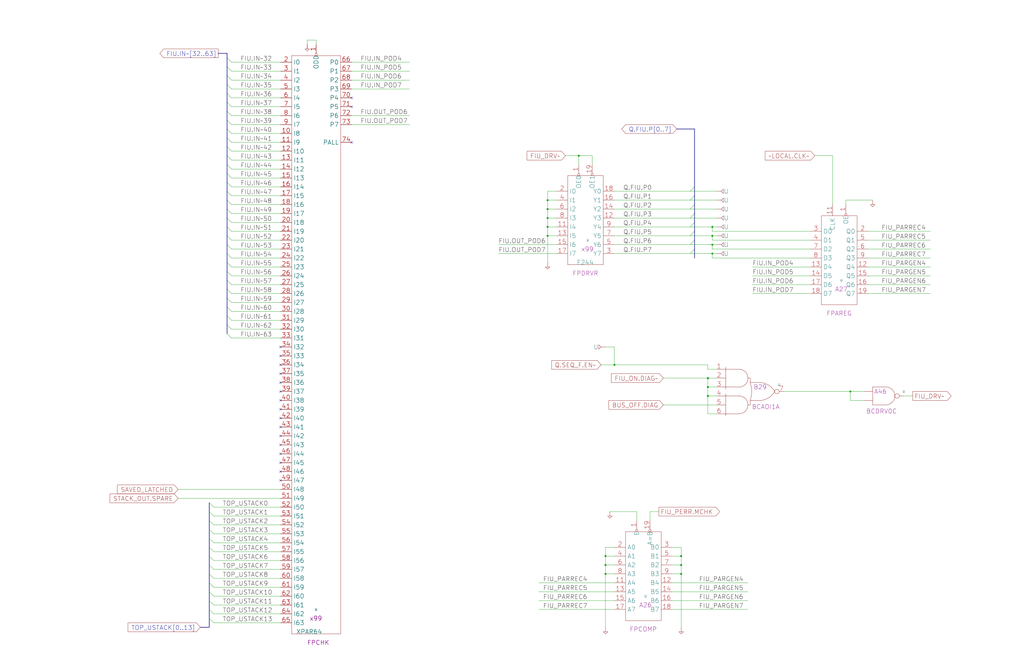
<source format=kicad_sch>
(kicad_sch (version 20220404) (generator eeschema)
  (paper "User" 584.2 378.46)
  (title_block (title "FIU BUS TRANCEIVER\\nPARITY + BUS DRIVE LOGIC") (date "22-MAY-90") (rev "1.0") (comment 1 "SEQUENCER") (comment 2 "232-003064") (comment 3 "S400") (comment 4 "RELEASED"))
  (lib_symbols
    (symbol "r1000:F244" (pin_names (offset 1.016))
      (property "Reference" "U" (at 2.54 5.08 0))
      (property "Value" "F244" (at -3.81 -7.62 0))
      (property "Location" "___" (at -1.27 0 0))
      (property "Name" "______" (at 1.27 -15.24 0))
      (symbol "F244_1_1"
        (rectangle (start -8.89 41.91) (end 11.43 -8.89))
        (circle (center -2.54 42.545) (radius 0.635))
        (circle (center 5.08 42.545) (radius 0.635))
        (pin input line (at -2.54 48.26 270) (length 5.08) (name "OE0") (number "1"))
        (pin input line (at -15.24 12.7 0) (length 6.35) (name "I4") (number "11"))
        (pin tri_state line (at 17.78 17.78 180) (length 6.35) (name "Y3") (number "12"))
        (pin input line (at -15.24 7.62 0) (length 6.35) (name "I5") (number "13"))
        (pin tri_state line (at 17.78 22.86 180) (length 6.35) (name "Y2") (number "14"))
        (pin input line (at -15.24 2.54 0) (length 6.35) (name "I6") (number "15"))
        (pin tri_state line (at 17.78 27.94 180) (length 6.35) (name "Y1") (number "16"))
        (pin input line (at -15.24 -2.54 0) (length 6.35) (name "I7") (number "17"))
        (pin tri_state line (at 17.78 33.02 180) (length 6.35) (name "Y0") (number "18"))
        (pin input line (at 5.08 48.26 270) (length 5.08) (name "OE1") (number "19"))
        (pin input line (at -15.24 33.02 0) (length 6.35) (name "I0") (number "2"))
        (pin tri_state line (at 17.78 -2.54 180) (length 6.35) (name "Y7") (number "3"))
        (pin input line (at -15.24 27.94 0) (length 6.35) (name "I1") (number "4"))
        (pin tri_state line (at 17.78 2.54 180) (length 6.35) (name "Y6") (number "5"))
        (pin input line (at -15.24 22.86 0) (length 6.35) (name "I2") (number "6"))
        (pin tri_state line (at 17.78 7.62 180) (length 6.35) (name "Y5") (number "7"))
        (pin input line (at -15.24 17.78 0) (length 6.35) (name "I3") (number "8"))
        (pin tri_state line (at 17.78 12.7 180) (length 6.35) (name "Y4") (number "9"))
      )
    )
    (symbol "r1000:F37" (pin_numbers hide) (pin_names (offset 0) hide)
      (property "Reference" "U" (at 15.24 0 0))
      (property "Value" "F37" (at 1.905 -5.08 0))
      (property "Location" "___" (at 1.905 0 0))
      (property "Name" "______" (at 2.54 -12.7 0))
      (symbol "F37_0_1"
        (polyline (pts (xy -2.54 -7.62) (xy 5.08 -7.62)) (stroke (width 0.1524)))
        (polyline (pts (xy -2.54 2.54) (xy -2.54 -7.62)) (stroke (width 0.1524)))
        (polyline (pts (xy -2.54 2.54) (xy 5.08 2.54)) (stroke (width 0.1524)))
        (arc (start 5.08 -7.62) (mid 10.1282 -2.54) (end 5.08 2.54) (stroke (width 0.1524)))
        (circle (center 11.43 -2.54) (radius 1.27) (stroke (width 0.1524)))
      )
      (symbol "F37_0_2"
        (circle (center -3.81 -5.08) (radius 1.27) (stroke (width 0.1524)))
        (circle (center -3.81 0) (radius 1.27) (stroke (width 0.1524)))
        (arc (start -3.175 -7.62) (mid -2.134 -2.54) (end -3.175 2.54) (stroke (width 0.1524)))
        (polyline (pts (xy -3.175 -7.62) (xy 3.81 -7.62)) (stroke (width 0.1524)))
        (polyline (pts (xy -3.175 2.54) (xy 3.81 2.54)) (stroke (width 0.1524)))
        (arc (start 3.81 -7.62) (mid 7.5855 -5.8306) (end 10.16 -2.54) (stroke (width 0.1524)))
        (arc (start 10.16 -2.54) (mid 7.5827 0.7471) (end 3.81 2.54) (stroke (width 0.1524)))
      )
      (symbol "F37_1_1"
        (pin input line (at -7.62 0 0) (length 5.08) (name "D0") (number "1"))
        (pin input line (at -7.62 -5.08 0) (length 5.08) (name "D1") (number "2"))
        (pin output line (at 15.24 -2.54 180) (length 2.54) (name "Q") (number "3"))
      )
      (symbol "F37_1_2"
        (pin input line (at -7.62 0 0) (length 2.54) (name "D0") (number "1"))
        (pin input line (at -7.62 -5.08 0) (length 2.54) (name "D1") (number "2"))
        (pin output line (at 15.24 -2.54 180) (length 5.08) (name "Q") (number "3"))
      )
    )
    (symbol "r1000:F374" (pin_names (offset 1.016))
      (property "Reference" "U" (at 2.54 5.08 0))
      (property "Value" "F374" (at -3.81 -7.62 0))
      (property "Location" "___" (at -1.27 0 0))
      (property "Name" "______" (at 1.27 -15.24 0))
      (symbol "F374_1_1"
        (rectangle (start -8.89 41.91) (end 11.43 -8.89))
        (circle (center 5.08 42.545) (radius 0.635))
        (pin input line (at 5.08 48.26 270) (length 5.08) (name "OE") (number "1"))
        (pin input line (at -2.54 48.26 270) (length 6.35) (name "CLK") (number "11"))
        (pin tri_state line (at 17.78 12.7 180) (length 6.35) (name "Q4") (number "12"))
        (pin input line (at -15.24 12.7 0) (length 6.35) (name "D4") (number "13"))
        (pin input line (at -15.24 7.62 0) (length 6.35) (name "D5") (number "14"))
        (pin tri_state line (at 17.78 7.62 180) (length 6.35) (name "Q5") (number "15"))
        (pin tri_state line (at 17.78 2.54 180) (length 6.35) (name "Q6") (number "16"))
        (pin input line (at -15.24 2.54 0) (length 6.35) (name "D6") (number "17"))
        (pin input line (at -15.24 -2.54 0) (length 6.35) (name "D7") (number "18"))
        (pin tri_state line (at 17.78 -2.54 180) (length 6.35) (name "Q7") (number "19"))
        (pin tri_state line (at 17.78 33.02 180) (length 6.35) (name "Q0") (number "2"))
        (pin input line (at -15.24 33.02 0) (length 6.35) (name "D0") (number "3"))
        (pin input line (at -15.24 27.94 0) (length 6.35) (name "D1") (number "4"))
        (pin tri_state line (at 17.78 27.94 180) (length 6.35) (name "Q1") (number "5"))
        (pin tri_state line (at 17.78 22.86 180) (length 6.35) (name "Q2") (number "6"))
        (pin input line (at -15.24 22.86 0) (length 6.35) (name "D2") (number "7"))
        (pin input line (at -15.24 17.78 0) (length 6.35) (name "D3") (number "8"))
        (pin tri_state line (at 17.78 17.78 180) (length 6.35) (name "Q3") (number "9"))
      )
    )
    (symbol "r1000:F51" (pin_names hide)
      (property "Reference" "U" (at 12.7 1.27 0))
      (property "Value" "F51" (at 1.905 -5.08 0))
      (property "Location" "___" (at 1.905 0 0))
      (property "Name" "______" (at 5.08 -12.7 0))
      (symbol "F51_0_0"
        (arc (start -10.16 -15.24) (mid -6.5679 -13.7521) (end -5.08 -10.16) (stroke (width 0.1524)))
        (arc (start -10.16 0) (mid -6.5679 1.4879) (end -5.08 5.08) (stroke (width 0.1524)))
        (arc (start -5.08 -10.16) (mid -6.5679 -6.5679) (end -10.16 -5.08) (stroke (width 0.1524)))
        (arc (start -5.08 5.08) (mid -6.5679 8.6721) (end -10.16 10.16) (stroke (width 0.1524)))
        (arc (start -3.8173 -7.62) (mid -2.9926 -2.54) (end -3.8173 2.54) (stroke (width 0.1524)))
        (polyline (pts (xy -20.32 -15.24) (xy -17.78 -15.24)) (stroke (width 0.1524)))
        (polyline (pts (xy -20.32 -10.16) (xy -17.78 -10.16)) (stroke (width 0.1524)))
        (polyline (pts (xy -20.32 -5.08) (xy -17.78 -5.08)) (stroke (width 0.1524)))
        (polyline (pts (xy -20.32 0) (xy -17.78 0)) (stroke (width 0.1524)))
        (polyline (pts (xy -20.32 5.08) (xy -17.78 5.08)) (stroke (width 0.1524)))
        (polyline (pts (xy -20.32 10.16) (xy -17.78 10.16)) (stroke (width 0.1524)))
        (polyline (pts (xy -17.78 -3.81) (xy -17.78 -16.51)) (stroke (width 0.1524)))
        (polyline (pts (xy -17.78 11.43) (xy -17.78 -1.27)) (stroke (width 0.1524)))
        (polyline (pts (xy -10.16 -15.24) (xy -17.78 -15.24)) (stroke (width 0.1524)))
        (polyline (pts (xy -10.16 -5.08) (xy -17.78 -5.08)) (stroke (width 0.1524)))
        (polyline (pts (xy -10.16 0) (xy -17.78 0)) (stroke (width 0.1524)))
        (polyline (pts (xy -10.16 10.16) (xy -17.78 10.16)) (stroke (width 0.1524)))
        (polyline (pts (xy -3.81 -7.62) (xy 2.54 -7.62)) (stroke (width 0.1524)))
        (polyline (pts (xy -3.81 2.54) (xy 2.54 2.54)) (stroke (width 0.1524)))
        (polyline (pts (xy -5.08 -10.16) (xy -3.81 -10.16) (xy -3.81 -7.62)) (stroke (width 0.1524)))
        (polyline (pts (xy -5.08 5.08) (xy -3.81 5.08) (xy -3.81 2.54)) (stroke (width 0.1524)))
        (arc (start 2.54 -7.62) (mid 6.9504 -5.9805) (end 10.16 -2.54) (stroke (width 0.1524)))
        (arc (start 10.16 -2.54) (mid 6.9516 0.9024) (end 2.54 2.54) (stroke (width 0.1524)))
        (circle (center 11.43 -2.54) (radius 1.27) (stroke (width 0.1524)))
      )
      (symbol "F51_1_1"
        (pin input line (at -22.86 10.16 0) (length 2.54) (name "A1") (number "1"))
        (pin input line (at -22.86 5.08 0) (length 2.54) (name "A2") (number "2"))
        (pin input line (at -22.86 0 0) (length 2.54) (name "A3") (number "3"))
        (pin input line (at -22.86 -5.08 0) (length 2.54) (name "B1") (number "4"))
        (pin input line (at -22.86 -10.16 0) (length 2.54) (name "B2") (number "5"))
        (pin input line (at -22.86 -15.24 0) (length 2.54) (name "B3") (number "6"))
        (pin output line (at 15.24 -2.54 180) (length 2.54) (name "Q") (number "7"))
      )
    )
    (symbol "r1000:F521" (pin_names (offset 1.016))
      (property "Reference" "U" (at 2.54 5.08 0))
      (property "Value" "F521" (at -3.81 -7.62 0))
      (property "Location" "___" (at -1.27 0 0))
      (property "Name" "______" (at 1.27 -15.24 0))
      (symbol "F521_1_1"
        (rectangle (start -8.89 41.91) (end 11.43 -8.89))
        (circle (center -2.54 42.545) (radius 0.635))
        (circle (center 5.08 42.545) (radius 0.635))
        (pin input line (at -2.54 48.26 270) (length 5.08) (name "E") (number "1"))
        (pin input line (at -15.24 12.7 0) (length 6.35) (name "A4") (number "11"))
        (pin input line (at 17.78 12.7 180) (length 6.35) (name "B4") (number "12"))
        (pin input line (at -15.24 7.62 0) (length 6.35) (name "A5") (number "13"))
        (pin input line (at 17.78 7.62 180) (length 6.35) (name "B5") (number "14"))
        (pin input line (at -15.24 2.54 0) (length 6.35) (name "A6") (number "15"))
        (pin input line (at 17.78 2.54 180) (length 6.35) (name "B6") (number "16"))
        (pin input line (at -15.24 -2.54 0) (length 6.35) (name "A7") (number "17"))
        (pin input line (at 17.78 -2.54 180) (length 6.35) (name "B7") (number "18"))
        (pin output line (at 5.08 48.26 270) (length 5.08) (name "A=B") (number "19"))
        (pin input line (at -15.24 33.02 0) (length 6.35) (name "A0") (number "2"))
        (pin input line (at 17.78 33.02 180) (length 6.35) (name "B0") (number "3"))
        (pin input line (at -15.24 27.94 0) (length 6.35) (name "A1") (number "4"))
        (pin input line (at 17.78 27.94 180) (length 6.35) (name "B1") (number "5"))
        (pin input line (at -15.24 22.86 0) (length 6.35) (name "A2") (number "6"))
        (pin input line (at 17.78 22.86 180) (length 6.35) (name "B2") (number "7"))
        (pin input line (at -15.24 17.78 0) (length 6.35) (name "A3") (number "8"))
        (pin input line (at 17.78 17.78 180) (length 6.35) (name "B3") (number "9"))
      )
    )
    (symbol "r1000:GF" (pin_numbers hide) (pin_names (offset 0) hide)
      (property "Reference" "GF" (at 3.81 0 0))
      (symbol "GF_0_1"
        (polyline (pts (xy 2.54 0) (xy 3.81 1.27) (xy 3.81 -1.27) (xy 2.54 0)) (stroke (width 0.1524)))
      )
      (symbol "GF_1_1"
        (pin bidirectional line (at 0 0 0) (length 2.54) (name "") (number "1"))
      )
    )
    (symbol "r1000:PD" (power) (pin_numbers hide) (pin_names hide) (in_bom no)
      (symbol "PD_0_1"
        (polyline (pts (xy 0 -2.54) (xy 1.27 -2.54) (xy 0 -3.81) (xy -1.27 -2.54) (xy 0 -2.54)) (stroke (width 0.1524)))
      )
      (symbol "PD_1_1"
        (pin power_in line (at 0 0 270) (length 2.54) (name "PD") (number "1"))
      )
    )
    (symbol "r1000:XPAR64" (pin_names (offset 1.016))
      (property "Reference" "U" (at 2.54 5.08 0))
      (property "Value" "XPAR64" (at -8.89 -7.62 0))
      (property "Location" "___" (at -1.27 0 0))
      (property "Name" "______" (at 3.81 -15.24 0))
      (symbol "XPAR64_1_1"
        (rectangle (start -11.43 321.31) (end 16.51 -8.89))
        (circle (center 2.54 321.945) (radius 0.635))
        (pin input line (at 2.54 327.66 270) (length 5.08) (name "ODD") (number "1"))
        (pin input line (at -17.78 276.86 0) (length 6.35) (name "I8") (number "10"))
        (pin input line (at -17.78 271.78 0) (length 6.35) (name "I9") (number "11"))
        (pin input line (at -17.78 266.7 0) (length 6.35) (name "I10") (number "12"))
        (pin input line (at -17.78 261.62 0) (length 6.35) (name "I11") (number "13"))
        (pin input line (at -17.78 256.54 0) (length 6.35) (name "I12") (number "14"))
        (pin input line (at -17.78 251.46 0) (length 6.35) (name "I13") (number "15"))
        (pin input line (at -17.78 246.38 0) (length 6.35) (name "I14") (number "16"))
        (pin input line (at -17.78 241.3 0) (length 6.35) (name "I15") (number "17"))
        (pin input line (at -17.78 236.22 0) (length 6.35) (name "I16") (number "18"))
        (pin input line (at -17.78 231.14 0) (length 6.35) (name "I17") (number "19"))
        (pin input line (at -17.78 317.5 0) (length 6.35) (name "I0") (number "2"))
        (pin input line (at -17.78 226.06 0) (length 6.35) (name "I18") (number "20"))
        (pin input line (at -17.78 220.98 0) (length 6.35) (name "I19") (number "21"))
        (pin input line (at -17.78 215.9 0) (length 6.35) (name "I20") (number "22"))
        (pin input line (at -17.78 210.82 0) (length 6.35) (name "I21") (number "23"))
        (pin input line (at -17.78 205.74 0) (length 6.35) (name "I22") (number "24"))
        (pin input line (at -17.78 200.66 0) (length 6.35) (name "I23") (number "25"))
        (pin input line (at -17.78 195.58 0) (length 6.35) (name "I24") (number "26"))
        (pin input line (at -17.78 190.5 0) (length 6.35) (name "I25") (number "27"))
        (pin input line (at -17.78 185.42 0) (length 6.35) (name "I26") (number "28"))
        (pin input line (at -17.78 180.34 0) (length 6.35) (name "I27") (number "29"))
        (pin input line (at -17.78 312.42 0) (length 6.35) (name "I1") (number "3"))
        (pin input line (at -17.78 175.26 0) (length 6.35) (name "I28") (number "30"))
        (pin input line (at -17.78 170.18 0) (length 6.35) (name "I29") (number "31"))
        (pin input line (at -17.78 165.1 0) (length 6.35) (name "I30") (number "32"))
        (pin input line (at -17.78 160.02 0) (length 6.35) (name "I31") (number "33"))
        (pin input line (at -17.78 154.94 0) (length 6.35) (name "I32") (number "34"))
        (pin input line (at -17.78 149.86 0) (length 6.35) (name "I33") (number "35"))
        (pin input line (at -17.78 144.78 0) (length 6.35) (name "I34") (number "36"))
        (pin input line (at -17.78 139.7 0) (length 6.35) (name "I35") (number "37"))
        (pin input line (at -17.78 134.62 0) (length 6.35) (name "I36") (number "38"))
        (pin input line (at -17.78 129.54 0) (length 6.35) (name "I37") (number "39"))
        (pin input line (at -17.78 307.34 0) (length 6.35) (name "I2") (number "4"))
        (pin input line (at -17.78 124.46 0) (length 6.35) (name "I38") (number "40"))
        (pin input line (at -17.78 119.38 0) (length 6.35) (name "I39") (number "41"))
        (pin input line (at -17.78 114.3 0) (length 6.35) (name "I40") (number "42"))
        (pin input line (at -17.78 109.22 0) (length 6.35) (name "I41") (number "43"))
        (pin input line (at -17.78 104.14 0) (length 6.35) (name "I42") (number "44"))
        (pin input line (at -17.78 99.06 0) (length 6.35) (name "I43") (number "45"))
        (pin input line (at -17.78 93.98 0) (length 6.35) (name "I44") (number "46"))
        (pin input line (at -17.78 88.9 0) (length 6.35) (name "I45") (number "47"))
        (pin input line (at -17.78 83.82 0) (length 6.35) (name "I46") (number "48"))
        (pin input line (at -17.78 78.74 0) (length 6.35) (name "I47") (number "49"))
        (pin input line (at -17.78 302.26 0) (length 6.35) (name "I3") (number "5"))
        (pin input line (at -17.78 73.66 0) (length 6.35) (name "I48") (number "50"))
        (pin input line (at -17.78 68.58 0) (length 6.35) (name "I49") (number "51"))
        (pin input line (at -17.78 63.5 0) (length 6.35) (name "I50") (number "52"))
        (pin input line (at -17.78 58.42 0) (length 6.35) (name "I51") (number "53"))
        (pin input line (at -17.78 53.34 0) (length 6.35) (name "I52") (number "54"))
        (pin input line (at -17.78 48.26 0) (length 6.35) (name "I53") (number "55"))
        (pin input line (at -17.78 43.18 0) (length 6.35) (name "I54") (number "56"))
        (pin input line (at -17.78 38.1 0) (length 6.35) (name "I55") (number "57"))
        (pin input line (at -17.78 33.02 0) (length 6.35) (name "I56") (number "58"))
        (pin input line (at -17.78 27.94 0) (length 6.35) (name "I57") (number "59"))
        (pin input line (at -17.78 297.18 0) (length 6.35) (name "I4") (number "6"))
        (pin input line (at -17.78 22.86 0) (length 6.35) (name "I58") (number "60"))
        (pin input line (at -17.78 17.78 0) (length 6.35) (name "I59") (number "61"))
        (pin input line (at -17.78 12.7 0) (length 6.35) (name "I60") (number "62"))
        (pin input line (at -17.78 7.62 0) (length 6.35) (name "I61") (number "63"))
        (pin input line (at -17.78 2.54 0) (length 6.35) (name "I62") (number "64"))
        (pin input line (at -17.78 -2.54 0) (length 6.35) (name "I63") (number "65"))
        (pin output line (at 22.86 317.5 180) (length 6.35) (name "P0") (number "66"))
        (pin output line (at 22.86 312.42 180) (length 6.35) (name "P1") (number "67"))
        (pin output line (at 22.86 307.34 180) (length 6.35) (name "P2") (number "68"))
        (pin output line (at 22.86 302.26 180) (length 6.35) (name "P3") (number "69"))
        (pin input line (at -17.78 292.1 0) (length 6.35) (name "I5") (number "7"))
        (pin output line (at 22.86 297.18 180) (length 6.35) (name "P4") (number "70"))
        (pin output line (at 22.86 292.1 180) (length 6.35) (name "P5") (number "71"))
        (pin output line (at 22.86 287.02 180) (length 6.35) (name "P6") (number "72"))
        (pin output line (at 22.86 281.94 180) (length 6.35) (name "P7") (number "73"))
        (pin output line (at 22.86 271.78 180) (length 6.35) (name "PALL") (number "74"))
        (pin input line (at -17.78 287.02 0) (length 6.35) (name "I6") (number "8"))
        (pin input line (at -17.78 281.94 0) (length 6.35) (name "I7") (number "9"))
      )
    )
  )
  (junction (at 388.62 327.66))
  (junction (at 403.86 226.06))
  (junction (at 403.86 220.98))
  (junction (at 388.62 322.58))
  (junction (at 345.44 317.5))
  (junction (at 345.44 322.58))
  (junction (at 330.2 88.9))
  (junction (at 345.44 327.66))
  (junction (at 312.42 134.62))
  (junction (at 388.62 317.5))
  (junction (at 406.4 144.78))
  (junction (at 485.14 223.52))
  (junction (at 403.86 215.9))
  (junction (at 312.42 129.54))
  (junction (at 350.52 208.28))
  (junction (at 406.4 129.54))
  (junction (at 406.4 139.7))
  (junction (at 406.4 134.62))
  (junction (at 312.42 114.3))
  (junction (at 312.42 119.38))
  (junction (at 312.42 124.46))
  (no_connect (at 200.66 81.28))
  (no_connect (at 160.02 269.24))
  (no_connect (at 160.02 259.08))
  (no_connect (at 160.02 243.84))
  (no_connect (at 160.02 274.32))
  (no_connect (at 160.02 228.6))
  (no_connect (at 160.02 264.16))
  (no_connect (at 200.66 55.88))
  (no_connect (at 160.02 254))
  (no_connect (at 200.66 60.96))
  (no_connect (at 160.02 213.36))
  (no_connect (at 160.02 208.28))
  (no_connect (at 160.02 233.68))
  (no_connect (at 160.02 223.52))
  (no_connect (at 160.02 218.44))
  (no_connect (at 160.02 238.76))
  (no_connect (at 160.02 198.12))
  (no_connect (at 160.02 248.92))
  (no_connect (at 160.02 203.2))
  (bus_entry (at 396.24 121.92) (size -2.54 2.54))
  (bus_entry (at 129.54 83.82) (size 2.54 2.54))
  (bus_entry (at 129.54 38.1) (size 2.54 2.54))
  (bus_entry (at 129.54 154.94) (size 2.54 2.54))
  (bus_entry (at 129.54 109.22) (size 2.54 2.54))
  (bus_entry (at 396.24 142.24) (size -2.54 2.54))
  (bus_entry (at 129.54 53.34) (size 2.54 2.54))
  (bus_entry (at 129.54 88.9) (size 2.54 2.54))
  (bus_entry (at 119.38 342.9) (size 2.54 2.54))
  (bus_entry (at 129.54 114.3) (size 2.54 2.54))
  (bus_entry (at 129.54 185.42) (size 2.54 2.54))
  (bus_entry (at 129.54 180.34) (size 2.54 2.54))
  (bus_entry (at 129.54 119.38) (size 2.54 2.54))
  (bus_entry (at 129.54 149.86) (size 2.54 2.54))
  (bus_entry (at 119.38 292.1) (size 2.54 2.54))
  (bus_entry (at 396.24 106.68) (size -2.54 2.54))
  (bus_entry (at 129.54 63.5) (size 2.54 2.54))
  (bus_entry (at 129.54 170.18) (size 2.54 2.54))
  (bus_entry (at 129.54 48.26) (size 2.54 2.54))
  (bus_entry (at 129.54 104.14) (size 2.54 2.54))
  (bus_entry (at 129.54 93.98) (size 2.54 2.54))
  (bus_entry (at 119.38 353.06) (size 2.54 2.54))
  (bus_entry (at 119.38 322.58) (size 2.54 2.54))
  (bus_entry (at 129.54 33.02) (size 2.54 2.54))
  (bus_entry (at 129.54 129.54) (size 2.54 2.54))
  (bus_entry (at 129.54 160.02) (size 2.54 2.54))
  (bus_entry (at 129.54 58.42) (size 2.54 2.54))
  (bus_entry (at 119.38 327.66) (size 2.54 2.54))
  (bus_entry (at 129.54 139.7) (size 2.54 2.54))
  (bus_entry (at 129.54 134.62) (size 2.54 2.54))
  (bus_entry (at 396.24 127) (size -2.54 2.54))
  (bus_entry (at 119.38 287.02) (size 2.54 2.54))
  (bus_entry (at 129.54 165.1) (size 2.54 2.54))
  (bus_entry (at 119.38 337.82) (size 2.54 2.54))
  (bus_entry (at 119.38 332.74) (size 2.54 2.54))
  (bus_entry (at 396.24 111.76) (size -2.54 2.54))
  (bus_entry (at 396.24 132.08) (size -2.54 2.54))
  (bus_entry (at 119.38 317.5) (size 2.54 2.54))
  (bus_entry (at 119.38 297.18) (size 2.54 2.54))
  (bus_entry (at 129.54 73.66) (size 2.54 2.54))
  (bus_entry (at 119.38 312.42) (size 2.54 2.54))
  (bus_entry (at 129.54 43.18) (size 2.54 2.54))
  (bus_entry (at 396.24 116.84) (size -2.54 2.54))
  (bus_entry (at 119.38 347.98) (size 2.54 2.54))
  (bus_entry (at 396.24 137.16) (size -2.54 2.54))
  (bus_entry (at 129.54 175.26) (size 2.54 2.54))
  (bus_entry (at 129.54 99.06) (size 2.54 2.54))
  (bus_entry (at 119.38 302.26) (size 2.54 2.54))
  (bus_entry (at 129.54 144.78) (size 2.54 2.54))
  (bus_entry (at 129.54 78.74) (size 2.54 2.54))
  (bus_entry (at 119.38 307.34) (size 2.54 2.54))
  (bus_entry (at 129.54 68.58) (size 2.54 2.54))
  (bus_entry (at 129.54 190.5) (size 2.54 2.54))
  (bus_entry (at 129.54 124.46) (size 2.54 2.54))
  (wire (pts (xy 200.66 66.04) (xy 233.68 66.04)))
  (wire (pts (xy 132.08 86.36) (xy 160.02 86.36)))
  (wire (pts (xy 383.54 337.82) (xy 426.72 337.82)))
  (wire (pts (xy 383.54 312.42) (xy 388.62 312.42)))
  (wire (pts (xy 121.92 289.56) (xy 160.02 289.56)))
  (bus (pts (xy 129.54 73.66) (xy 129.54 78.74)))
  (wire (pts (xy 322.58 88.9) (xy 330.2 88.9)))
  (wire (pts (xy 388.62 322.58) (xy 388.62 327.66)))
  (wire (pts (xy 350.52 109.22) (xy 393.7 109.22)))
  (wire (pts (xy 160.02 35.56) (xy 132.08 35.56)))
  (bus (pts (xy 129.54 170.18) (xy 129.54 165.1)))
  (wire (pts (xy 284.48 144.78) (xy 317.5 144.78)))
  (wire (pts (xy 495.3 147.32) (xy 530.86 147.32)))
  (bus (pts (xy 119.38 342.9) (xy 119.38 347.98)))
  (wire (pts (xy 132.08 152.4) (xy 160.02 152.4)))
  (wire (pts (xy 393.7 139.7) (xy 406.4 139.7)))
  (bus (pts (xy 119.38 337.82) (xy 119.38 342.9)))
  (bus (pts (xy 119.38 347.98) (xy 119.38 353.06)))
  (bus (pts (xy 396.24 127) (xy 396.24 132.08)))
  (wire (pts (xy 495.3 162.56) (xy 530.86 162.56)))
  (wire (pts (xy 408.94 226.06) (xy 403.86 226.06)))
  (wire (pts (xy 307.34 342.9) (xy 350.52 342.9)))
  (wire (pts (xy 132.08 106.68) (xy 160.02 106.68)))
  (wire (pts (xy 350.52 124.46) (xy 393.7 124.46)))
  (wire (pts (xy 406.4 147.32) (xy 406.4 144.78)))
  (wire (pts (xy 393.7 129.54) (xy 406.4 129.54)))
  (wire (pts (xy 406.4 144.78) (xy 408.94 144.78)))
  (wire (pts (xy 307.34 337.82) (xy 350.52 337.82)))
  (wire (pts (xy 200.66 50.8) (xy 233.68 50.8)))
  (wire (pts (xy 383.54 332.74) (xy 426.72 332.74)))
  (wire (pts (xy 160.02 45.72) (xy 132.08 45.72)))
  (wire (pts (xy 482.6 114.3) (xy 482.6 116.84)))
  (wire (pts (xy 345.44 312.42) (xy 345.44 317.5)))
  (wire (pts (xy 406.4 137.16) (xy 406.4 134.62)))
  (bus (pts (xy 119.38 317.5) (xy 119.38 322.58)))
  (bus (pts (xy 129.54 190.5) (xy 129.54 185.42)))
  (bus (pts (xy 396.24 73.66) (xy 396.24 106.68)))
  (wire (pts (xy 160.02 40.64) (xy 132.08 40.64)))
  (wire (pts (xy 447.04 223.52) (xy 485.14 223.52)))
  (bus (pts (xy 129.54 63.5) (xy 129.54 68.58)))
  (wire (pts (xy 121.92 345.44) (xy 160.02 345.44)))
  (wire (pts (xy 132.08 132.08) (xy 160.02 132.08)))
  (wire (pts (xy 121.92 350.52) (xy 160.02 350.52)))
  (wire (pts (xy 160.02 193.04) (xy 132.08 193.04)))
  (wire (pts (xy 350.52 312.42) (xy 345.44 312.42)))
  (bus (pts (xy 119.38 322.58) (xy 119.38 327.66)))
  (wire (pts (xy 132.08 81.28) (xy 160.02 81.28)))
  (wire (pts (xy 121.92 299.72) (xy 160.02 299.72)))
  (wire (pts (xy 312.42 109.22) (xy 317.5 109.22)))
  (bus (pts (xy 129.54 93.98) (xy 129.54 99.06)))
  (wire (pts (xy 342.9 208.28) (xy 350.52 208.28)))
  (wire (pts (xy 312.42 119.38) (xy 312.42 114.3)))
  (wire (pts (xy 406.4 134.62) (xy 408.94 134.62)))
  (wire (pts (xy 330.2 88.9) (xy 330.2 93.98)))
  (bus (pts (xy 119.38 297.18) (xy 119.38 302.26)))
  (wire (pts (xy 160.02 50.8) (xy 132.08 50.8)))
  (wire (pts (xy 403.86 236.22) (xy 403.86 226.06)))
  (wire (pts (xy 132.08 91.44) (xy 160.02 91.44)))
  (wire (pts (xy 515.62 226.06) (xy 520.7 226.06)))
  (wire (pts (xy 375.92 292.1) (xy 370.84 292.1)))
  (wire (pts (xy 200.66 71.12) (xy 233.68 71.12)))
  (bus (pts (xy 129.54 175.26) (xy 129.54 170.18)))
  (wire (pts (xy 337.82 93.98) (xy 337.82 88.9)))
  (bus (pts (xy 386.08 73.66) (xy 396.24 73.66)))
  (bus (pts (xy 396.24 142.24) (xy 396.24 147.32)))
  (wire (pts (xy 378.46 215.9) (xy 403.86 215.9)))
  (wire (pts (xy 345.44 322.58) (xy 345.44 327.66)))
  (bus (pts (xy 396.24 132.08) (xy 396.24 137.16)))
  (bus (pts (xy 129.54 134.62) (xy 129.54 129.54)))
  (wire (pts (xy 345.44 317.5) (xy 345.44 322.58)))
  (wire (pts (xy 495.3 152.4) (xy 530.86 152.4)))
  (wire (pts (xy 383.54 347.98) (xy 426.72 347.98)))
  (wire (pts (xy 121.92 294.64) (xy 160.02 294.64)))
  (bus (pts (xy 129.54 58.42) (xy 129.54 63.5)))
  (wire (pts (xy 121.92 309.88) (xy 160.02 309.88)))
  (wire (pts (xy 312.42 124.46) (xy 317.5 124.46)))
  (wire (pts (xy 132.08 111.76) (xy 160.02 111.76)))
  (wire (pts (xy 345.44 327.66) (xy 345.44 358.14)))
  (wire (pts (xy 160.02 172.72) (xy 132.08 172.72)))
  (wire (pts (xy 350.52 129.54) (xy 393.7 129.54)))
  (wire (pts (xy 307.34 347.98) (xy 350.52 347.98)))
  (wire (pts (xy 121.92 340.36) (xy 160.02 340.36)))
  (wire (pts (xy 485.14 228.6) (xy 492.76 228.6)))
  (wire (pts (xy 121.92 325.12) (xy 160.02 325.12)))
  (wire (pts (xy 393.7 124.46) (xy 408.94 124.46)))
  (wire (pts (xy 200.66 40.64) (xy 233.68 40.64)))
  (wire (pts (xy 347.98 292.1) (xy 363.22 292.1)))
  (wire (pts (xy 485.14 223.52) (xy 492.76 223.52)))
  (wire (pts (xy 312.42 129.54) (xy 317.5 129.54)))
  (wire (pts (xy 132.08 66.04) (xy 160.02 66.04)))
  (bus (pts (xy 129.54 68.58) (xy 129.54 73.66)))
  (bus (pts (xy 129.54 43.18) (xy 129.54 48.26)))
  (wire (pts (xy 132.08 137.16) (xy 160.02 137.16)))
  (bus (pts (xy 396.24 121.92) (xy 396.24 127)))
  (wire (pts (xy 383.54 327.66) (xy 388.62 327.66)))
  (wire (pts (xy 495.3 132.08) (xy 530.86 132.08)))
  (wire (pts (xy 330.2 88.9) (xy 337.82 88.9)))
  (wire (pts (xy 363.22 292.1) (xy 363.22 297.18)))
  (wire (pts (xy 132.08 147.32) (xy 160.02 147.32)))
  (wire (pts (xy 388.62 327.66) (xy 388.62 358.14)))
  (wire (pts (xy 462.28 137.16) (xy 406.4 137.16)))
  (bus (pts (xy 129.54 33.02) (xy 129.54 30.48)))
  (wire (pts (xy 312.42 129.54) (xy 312.42 124.46)))
  (wire (pts (xy 495.3 167.64) (xy 530.86 167.64)))
  (wire (pts (xy 403.86 208.28) (xy 403.86 210.82)))
  (wire (pts (xy 200.66 35.56) (xy 233.68 35.56)))
  (wire (pts (xy 312.42 114.3) (xy 312.42 109.22)))
  (bus (pts (xy 129.54 78.74) (xy 129.54 83.82)))
  (bus (pts (xy 119.38 332.74) (xy 119.38 337.82)))
  (wire (pts (xy 429.26 162.56) (xy 462.28 162.56)))
  (wire (pts (xy 462.28 142.24) (xy 406.4 142.24)))
  (wire (pts (xy 350.52 198.12) (xy 350.52 208.28)))
  (wire (pts (xy 121.92 335.28) (xy 160.02 335.28)))
  (wire (pts (xy 406.4 132.08) (xy 406.4 129.54)))
  (wire (pts (xy 393.7 114.3) (xy 408.94 114.3)))
  (wire (pts (xy 403.86 215.9) (xy 408.94 215.9)))
  (bus (pts (xy 119.38 292.1) (xy 119.38 297.18)))
  (bus (pts (xy 129.54 129.54) (xy 129.54 124.46)))
  (bus (pts (xy 129.54 139.7) (xy 129.54 134.62)))
  (bus (pts (xy 129.54 165.1) (xy 129.54 160.02)))
  (wire (pts (xy 132.08 60.96) (xy 160.02 60.96)))
  (wire (pts (xy 132.08 96.52) (xy 160.02 96.52)))
  (wire (pts (xy 160.02 177.8) (xy 132.08 177.8)))
  (wire (pts (xy 307.34 332.74) (xy 350.52 332.74)))
  (wire (pts (xy 345.44 322.58) (xy 350.52 322.58)))
  (bus (pts (xy 119.38 358.14) (xy 119.38 353.06)))
  (wire (pts (xy 317.5 134.62) (xy 312.42 134.62)))
  (bus (pts (xy 129.54 99.06) (xy 129.54 104.14)))
  (wire (pts (xy 350.52 114.3) (xy 393.7 114.3)))
  (bus (pts (xy 119.38 312.42) (xy 119.38 317.5)))
  (wire (pts (xy 403.86 226.06) (xy 403.86 220.98)))
  (wire (pts (xy 312.42 124.46) (xy 312.42 119.38)))
  (wire (pts (xy 345.44 198.12) (xy 350.52 198.12)))
  (wire (pts (xy 160.02 182.88) (xy 132.08 182.88)))
  (wire (pts (xy 180.34 22.86) (xy 180.34 25.4)))
  (wire (pts (xy 160.02 167.64) (xy 132.08 167.64)))
  (wire (pts (xy 132.08 116.84) (xy 160.02 116.84)))
  (wire (pts (xy 495.3 142.24) (xy 530.86 142.24)))
  (bus (pts (xy 119.38 302.26) (xy 119.38 307.34)))
  (wire (pts (xy 132.08 127) (xy 160.02 127)))
  (wire (pts (xy 482.6 114.3) (xy 497.84 114.3)))
  (wire (pts (xy 160.02 162.56) (xy 132.08 162.56)))
  (wire (pts (xy 406.4 129.54) (xy 408.94 129.54)))
  (wire (pts (xy 383.54 322.58) (xy 388.62 322.58)))
  (bus (pts (xy 129.54 30.48) (xy 124.46 30.48)))
  (wire (pts (xy 388.62 312.42) (xy 388.62 317.5)))
  (bus (pts (xy 129.54 109.22) (xy 129.54 114.3)))
  (wire (pts (xy 350.52 134.62) (xy 393.7 134.62)))
  (wire (pts (xy 350.52 144.78) (xy 393.7 144.78)))
  (bus (pts (xy 129.54 144.78) (xy 129.54 149.86)))
  (bus (pts (xy 119.38 307.34) (xy 119.38 312.42)))
  (wire (pts (xy 429.26 152.4) (xy 462.28 152.4)))
  (bus (pts (xy 396.24 106.68) (xy 396.24 111.76)))
  (bus (pts (xy 129.54 139.7) (xy 129.54 144.78)))
  (wire (pts (xy 408.94 236.22) (xy 403.86 236.22)))
  (wire (pts (xy 175.26 22.86) (xy 180.34 22.86)))
  (wire (pts (xy 350.52 139.7) (xy 393.7 139.7)))
  (wire (pts (xy 393.7 144.78) (xy 406.4 144.78)))
  (wire (pts (xy 132.08 157.48) (xy 160.02 157.48)))
  (wire (pts (xy 132.08 76.2) (xy 160.02 76.2)))
  (wire (pts (xy 383.54 317.5) (xy 388.62 317.5)))
  (bus (pts (xy 129.54 160.02) (xy 129.54 154.94)))
  (wire (pts (xy 312.42 119.38) (xy 317.5 119.38)))
  (bus (pts (xy 129.54 88.9) (xy 129.54 93.98)))
  (wire (pts (xy 132.08 101.6) (xy 160.02 101.6)))
  (wire (pts (xy 485.14 223.52) (xy 485.14 228.6)))
  (bus (pts (xy 129.54 119.38) (xy 129.54 124.46)))
  (wire (pts (xy 175.26 25.4) (xy 175.26 22.86)))
  (bus (pts (xy 129.54 33.02) (xy 129.54 38.1)))
  (bus (pts (xy 119.38 327.66) (xy 119.38 332.74)))
  (wire (pts (xy 403.86 220.98) (xy 403.86 215.9)))
  (wire (pts (xy 350.52 208.28) (xy 403.86 208.28)))
  (bus (pts (xy 129.54 38.1) (xy 129.54 43.18)))
  (bus (pts (xy 396.24 116.84) (xy 396.24 121.92)))
  (wire (pts (xy 495.3 137.16) (xy 530.86 137.16)))
  (wire (pts (xy 403.86 210.82) (xy 408.94 210.82)))
  (bus (pts (xy 129.54 58.42) (xy 129.54 53.34)))
  (wire (pts (xy 345.44 327.66) (xy 350.52 327.66)))
  (wire (pts (xy 429.26 167.64) (xy 462.28 167.64)))
  (wire (pts (xy 160.02 55.88) (xy 132.08 55.88)))
  (wire (pts (xy 393.7 119.38) (xy 408.94 119.38)))
  (wire (pts (xy 464.82 88.9) (xy 474.98 88.9)))
  (bus (pts (xy 129.54 185.42) (xy 129.54 180.34)))
  (wire (pts (xy 121.92 304.8) (xy 160.02 304.8)))
  (wire (pts (xy 393.7 109.22) (xy 408.94 109.22)))
  (wire (pts (xy 378.46 231.14) (xy 408.94 231.14)))
  (wire (pts (xy 462.28 132.08) (xy 406.4 132.08)))
  (bus (pts (xy 129.54 180.34) (xy 129.54 175.26)))
  (bus (pts (xy 129.54 53.34) (xy 129.54 48.26)))
  (wire (pts (xy 284.48 139.7) (xy 317.5 139.7)))
  (wire (pts (xy 121.92 330.2) (xy 160.02 330.2)))
  (wire (pts (xy 408.94 220.98) (xy 403.86 220.98)))
  (bus (pts (xy 119.38 287.02) (xy 119.38 292.1)))
  (bus (pts (xy 129.54 114.3) (xy 129.54 119.38)))
  (wire (pts (xy 370.84 292.1) (xy 370.84 297.18)))
  (wire (pts (xy 160.02 187.96) (xy 132.08 187.96)))
  (bus (pts (xy 129.54 104.14) (xy 129.54 109.22)))
  (wire (pts (xy 383.54 342.9) (xy 426.72 342.9)))
  (wire (pts (xy 132.08 121.92) (xy 160.02 121.92)))
  (wire (pts (xy 101.6 284.48) (xy 160.02 284.48)))
  (wire (pts (xy 121.92 314.96) (xy 160.02 314.96)))
  (wire (pts (xy 462.28 147.32) (xy 406.4 147.32)))
  (wire (pts (xy 121.92 320.04) (xy 160.02 320.04)))
  (bus (pts (xy 129.54 83.82) (xy 129.54 88.9)))
  (wire (pts (xy 474.98 88.9) (xy 474.98 116.84)))
  (wire (pts (xy 200.66 45.72) (xy 233.68 45.72)))
  (wire (pts (xy 350.52 119.38) (xy 393.7 119.38)))
  (wire (pts (xy 312.42 134.62) (xy 312.42 129.54)))
  (wire (pts (xy 406.4 142.24) (xy 406.4 139.7)))
  (wire (pts (xy 388.62 317.5) (xy 388.62 322.58)))
  (wire (pts (xy 406.4 139.7) (xy 408.94 139.7)))
  (wire (pts (xy 312.42 134.62) (xy 312.42 149.86)))
  (wire (pts (xy 429.26 157.48) (xy 462.28 157.48)))
  (wire (pts (xy 121.92 355.6) (xy 160.02 355.6)))
  (wire (pts (xy 345.44 317.5) (xy 350.52 317.5)))
  (wire (pts (xy 132.08 142.24) (xy 160.02 142.24)))
  (bus (pts (xy 396.24 137.16) (xy 396.24 142.24)))
  (wire (pts (xy 132.08 71.12) (xy 160.02 71.12)))
  (bus (pts (xy 129.54 149.86) (xy 129.54 154.94)))
  (wire (pts (xy 101.6 279.4) (xy 160.02 279.4)))
  (bus (pts (xy 396.24 111.76) (xy 396.24 116.84)))
  (wire (pts (xy 495.3 157.48) (xy 530.86 157.48)))
  (wire (pts (xy 312.42 114.3) (xy 317.5 114.3)))
  (wire (pts (xy 393.7 134.62) (xy 406.4 134.62)))
  (bus (pts (xy 114.3 358.14) (xy 119.38 358.14)))
  (label "FIU.IN_POD5" (at 205.74 40.64 0) (effects (font (size 2.54 2.54))))
  (label "FIU.IN~36" (at 137.16 55.88 0) (effects (font (size 2.54 2.54))))
  (label "Q.FIU.P6" (at 355.6 139.7 0) (effects (font (size 2.54 2.54))))
  (label "TOP_USTACK10" (at 127 340.36 0) (effects (font (size 2.54 2.54))))
  (label "Q.FIU.P2" (at 355.6 119.38 0) (effects (font (size 2.54 2.54))))
  (label "FIU_PARREC4" (at 309.88 332.74 0) (effects (font (size 2.54 2.54))))
  (label "FIU.IN~48" (at 137.16 116.84 0) (effects (font (size 2.54 2.54))))
  (label "FIU.IN~44" (at 137.16 96.52 0) (effects (font (size 2.54 2.54))))
  (label "FIU.IN~34" (at 137.16 45.72 0) (effects (font (size 2.54 2.54))))
  (label "FIU.IN~63" (at 137.16 193.04 0) (effects (font (size 2.54 2.54))))
  (label "TOP_USTACK0" (at 127 289.56 0) (effects (font (size 2.54 2.54))))
  (label "FIU_PARREC5" (at 502.92 137.16 0) (effects (font (size 2.54 2.54))))
  (label "TOP_USTACK2" (at 127 299.72 0) (effects (font (size 2.54 2.54))))
  (label "FIU.OUT_POD6" (at 205.74 66.04 0) (effects (font (size 2.54 2.54))))
  (label "FIU.IN_POD6" (at 429.26 162.56 0) (effects (font (size 2.54 2.54))))
  (label "FIU.IN~55" (at 137.16 152.4 0) (effects (font (size 2.54 2.54))))
  (label "FIU.IN_POD5" (at 429.26 157.48 0) (effects (font (size 2.54 2.54))))
  (label "FIU_PARREC4" (at 502.92 132.08 0) (effects (font (size 2.54 2.54))))
  (label "TOP_USTACK1" (at 127 294.64 0) (effects (font (size 2.54 2.54))))
  (label "FIU_PARREC7" (at 502.92 147.32 0) (effects (font (size 2.54 2.54))))
  (label "FIU_PARGEN6" (at 502.92 162.56 0) (effects (font (size 2.54 2.54))))
  (label "Q.FIU.P1" (at 355.6 114.3 0) (effects (font (size 2.54 2.54))))
  (label "FIU.IN~58" (at 137.16 167.64 0) (effects (font (size 2.54 2.54))))
  (label "TOP_USTACK13" (at 127 355.6 0) (effects (font (size 2.54 2.54))))
  (label "FIU.IN~56" (at 137.16 157.48 0) (effects (font (size 2.54 2.54))))
  (label "FIU.IN~62" (at 137.16 187.96 0) (effects (font (size 2.54 2.54))))
  (label "Q.FIU.P4" (at 355.6 129.54 0) (effects (font (size 2.54 2.54))))
  (label "FIU.IN~61" (at 137.16 182.88 0) (effects (font (size 2.54 2.54))))
  (label "FIU.IN~38" (at 137.16 66.04 0) (effects (font (size 2.54 2.54))))
  (label "TOP_USTACK4" (at 127 309.88 0) (effects (font (size 2.54 2.54))))
  (label "FIU.IN~35" (at 137.16 50.8 0) (effects (font (size 2.54 2.54))))
  (label "FIU.OUT_POD6" (at 284.48 139.7 0) (effects (font (size 2.54 2.54))))
  (label "TOP_USTACK9" (at 127 335.28 0) (effects (font (size 2.54 2.54))))
  (label "FIU_PARGEN7" (at 502.92 167.64 0) (effects (font (size 2.54 2.54))))
  (label "TOP_USTACK5" (at 127 314.96 0) (effects (font (size 2.54 2.54))))
  (label "FIU.IN~37" (at 137.16 60.96 0) (effects (font (size 2.54 2.54))))
  (label "FIU.IN_POD4" (at 205.74 35.56 0) (effects (font (size 2.54 2.54))))
  (label "FIU_PARGEN5" (at 398.78 337.82 0) (effects (font (size 2.54 2.54))))
  (label "FIU.IN~57" (at 137.16 162.56 0) (effects (font (size 2.54 2.54))))
  (label "TOP_USTACK8" (at 127 330.2 0) (effects (font (size 2.54 2.54))))
  (label "FIU_PARGEN6" (at 398.78 342.9 0) (effects (font (size 2.54 2.54))))
  (label "Q.FIU.P3" (at 355.6 124.46 0) (effects (font (size 2.54 2.54))))
  (label "FIU.OUT_POD7" (at 284.48 144.78 0) (effects (font (size 2.54 2.54))))
  (label "FIU_PARGEN4" (at 398.78 332.74 0) (effects (font (size 2.54 2.54))))
  (label "FIU.IN~39" (at 137.16 71.12 0) (effects (font (size 2.54 2.54))))
  (label "FIU_PARREC5" (at 309.88 337.82 0) (effects (font (size 2.54 2.54))))
  (label "FIU.IN_POD4" (at 429.26 152.4 0) (effects (font (size 2.54 2.54))))
  (label "FIU.IN~45" (at 137.16 101.6 0) (effects (font (size 2.54 2.54))))
  (label "Q.FIU.P7" (at 355.6 144.78 0) (effects (font (size 2.54 2.54))))
  (label "FIU.IN_POD7" (at 429.26 167.64 0) (effects (font (size 2.54 2.54))))
  (label "FIU_PARGEN4" (at 502.92 152.4 0) (effects (font (size 2.54 2.54))))
  (label "FIU.IN~54" (at 137.16 147.32 0) (effects (font (size 2.54 2.54))))
  (label "FIU.IN~53" (at 137.16 142.24 0) (effects (font (size 2.54 2.54))))
  (label "FIU.IN~47" (at 137.16 111.76 0) (effects (font (size 2.54 2.54))))
  (label "FIU_PARREC6" (at 309.88 342.9 0) (effects (font (size 2.54 2.54))))
  (label "FIU.IN~49" (at 137.16 121.92 0) (effects (font (size 2.54 2.54))))
  (label "FIU.IN~43" (at 137.16 91.44 0) (effects (font (size 2.54 2.54))))
  (label "FIU.IN_POD6" (at 205.74 45.72 0) (effects (font (size 2.54 2.54))))
  (label "FIU.IN~32" (at 137.16 35.56 0) (effects (font (size 2.54 2.54))))
  (label "TOP_USTACK7" (at 127 325.12 0) (effects (font (size 2.54 2.54))))
  (label "TOP_USTACK11" (at 127 345.44 0) (effects (font (size 2.54 2.54))))
  (label "FIU.IN~41" (at 137.16 81.28 0) (effects (font (size 2.54 2.54))))
  (label "Q.FIU.P0" (at 355.6 109.22 0) (effects (font (size 2.54 2.54))))
  (label "FIU.OUT_POD7" (at 205.74 71.12 0) (effects (font (size 2.54 2.54))))
  (label "FIU.IN~40" (at 137.16 76.2 0) (effects (font (size 2.54 2.54))))
  (label "FIU.IN_POD7" (at 205.74 50.8 0) (effects (font (size 2.54 2.54))))
  (label "FIU.IN~46" (at 137.16 106.68 0) (effects (font (size 2.54 2.54))))
  (label "TOP_USTACK6" (at 127 320.04 0) (effects (font (size 2.54 2.54))))
  (label "FIU_PARREC6" (at 502.92 142.24 0) (effects (font (size 2.54 2.54))))
  (label "FIU_PARGEN5" (at 502.92 157.48 0) (effects (font (size 2.54 2.54))))
  (label "FIU.IN~42" (at 137.16 86.36 0) (effects (font (size 2.54 2.54))))
  (label "TOP_USTACK3" (at 127 304.8 0) (effects (font (size 2.54 2.54))))
  (label "FIU.IN~33" (at 137.16 40.64 0) (effects (font (size 2.54 2.54))))
  (label "FIU_PARGEN7" (at 398.78 347.98 0) (effects (font (size 2.54 2.54))))
  (label "FIU.IN~60" (at 137.16 177.8 0) (effects (font (size 2.54 2.54))))
  (label "FIU.IN~59" (at 137.16 172.72 0) (effects (font (size 2.54 2.54))))
  (label "FIU.IN~50" (at 137.16 127 0) (effects (font (size 2.54 2.54))))
  (label "FIU.IN~52" (at 137.16 137.16 0) (effects (font (size 2.54 2.54))))
  (label "FIU_PARREC7" (at 309.88 347.98 0) (effects (font (size 2.54 2.54))))
  (label "Q.FIU.P5" (at 355.6 134.62 0) (effects (font (size 2.54 2.54))))
  (label "FIU.IN~51" (at 137.16 132.08 0) (effects (font (size 2.54 2.54))))
  (label "TOP_USTACK12" (at 127 350.52 0) (effects (font (size 2.54 2.54))))
  (global_label "TOP_USTACK[0..13]" (shape input) (at 114.3 358.14 180) (effects (font (size 2.54 2.54))) (property "Intersheet References" "${INTERSHEET_REFS}" (at 72.2103 358.14 0) (effects (font (size 1.905 1.905)) (justify right))))
  (global_label "STACK_OUT.SPARE" (shape input) (at 101.6 284.48 180) (effects (font (size 2.54 2.54))) (property "Intersheet References" "${INTERSHEET_REFS}" (at 62.7864 284.3213 0) (effects (font (size 1.905 1.905)) (justify right))))
  (global_label "FIU_DRV~" (shape input) (at 322.58 88.9 180) (effects (font (size 2.54 2.54))) (property "Intersheet References" "${INTERSHEET_REFS}" (at 300.6997 88.7413 0) (effects (font (size 1.905 1.905)) (justify right))))
  (global_label "BUS_OFF.DIAG" (shape input) (at 378.46 231.14 180) (effects (font (size 2.54 2.54))) (property "Intersheet References" "${INTERSHEET_REFS}" (at 347.3873 230.9813 0) (effects (font (size 1.905 1.905)) (justify right))))
  (global_label "FIU.IN~[32..63]" (shape output) (at 124.46 30.48 180) (effects (font (size 2.54 2.54))) (property "Intersheet References" "${INTERSHEET_REFS}" (at 91.2102 30.3213 0) (effects (font (size 1.905 1.905)) (justify right))))
  (global_label "FIU_ON.DIAG~" (shape input) (at 378.46 215.9 180) (effects (font (size 2.54 2.54))) (property "Intersheet References" "${INTERSHEET_REFS}" (at 348.8388 215.7413 0) (effects (font (size 1.905 1.905)) (justify right))))
  (global_label "~LOCAL.CLK~" (shape input) (at 464.82 88.9 180) (effects (font (size 2.54 2.54))) (property "Intersheet References" "${INTERSHEET_REFS}" (at 436.5292 88.7413 0) (effects (font (size 1.905 1.905)) (justify right))))
  (global_label "Q.FIU.P[0..7]" (shape bidirectional) (at 386.08 73.66 180) (effects (font (size 2.54 2.54))) (property "Intersheet References" "${INTERSHEET_REFS}" (at 356.9426 73.5013 0) (effects (font (size 1.905 1.905)) (justify right))))
  (global_label "Q.SEQ_F.EN~" (shape input) (at 342.9 208.28 180) (effects (font (size 2.54 2.54))) (property "Intersheet References" "${INTERSHEET_REFS}" (at 314.7302 208.1213 0) (effects (font (size 1.905 1.905)) (justify right))))
  (global_label "FIU_DRV~" (shape output) (at 520.7 226.06 0) (effects (font (size 2.54 2.54))) (property "Intersheet References" "${INTERSHEET_REFS}" (at 542.5803 225.9013 0) (effects (font (size 1.905 1.905)) (justify left))))
  (global_label "FIU_PERR.MCHK" (shape output) (at 375.92 292.1 0) (effects (font (size 2.54 2.54))) (property "Intersheet References" "${INTERSHEET_REFS}" (at 410.5003 291.9413 0) (effects (font (size 1.905 1.905)) (justify left))))
  (global_label "SAVED_LATCHED" (shape input) (at 101.6 279.4 180) (effects (font (size 2.54 2.54))) (property "Intersheet References" "${INTERSHEET_REFS}" (at 66.6387 279.2413 0) (effects (font (size 1.905 1.905)) (justify right))))
  (symbol (lib_id "r1000:GF") (at 408.94 109.22 0) (unit 1)
    (default_instance (reference "U") (unit 1) (value "") (footprint ""))
    (property "Reference" "U" (at 412.75 109.22 0) (effects (font (size 2.54 2.54)) (justify left)))
  )
  (symbol (lib_id "r1000:F521") (at 365.76 345.44 0) (unit 1)
    (default_instance (reference "U") (unit 1) (value "") (footprint ""))
    (property "Reference" "U" (at 368.3 340.36 0))
    (property "Location" "A26" (at 364.49 345.44 0) (effects (font (size 2.54 2.54)) (justify left)))
    (property "Name" "FPCOMP" (at 367.03 360.68 0) (effects (font (size 2.54 2.54)) (justify bottom)))
  )
  (symbol (lib_id "r1000:XPAR64") (at 177.8 353.06 0) (unit 1)
    (default_instance (reference "U") (unit 1) (value "XPAR64") (footprint ""))
    (property "Reference" "U" (at 180.34 347.98 0))
    (property "Value" "XPAR64" (at 168.91 360.68 0) (effects (font (size 2.54 2.54)) (justify left)))
    (property "Location" "x99" (at 176.53 353.06 0) (effects (font (size 2.54 2.54)) (justify left)))
    (property "Name" "FPCHK" (at 181.61 368.3 0) (effects (font (size 2.54 2.54)) (justify bottom)))
  )
  (symbol (lib_id "r1000:F244") (at 332.74 142.24 0) (unit 1)
    (default_instance (reference "U") (unit 1) (value "F244") (footprint ""))
    (property "Reference" "U" (at 335.28 137.16 0))
    (property "Value" "F244" (at 328.93 149.86 0) (effects (font (size 2.54 2.54)) (justify left)))
    (property "Location" "x99" (at 331.47 142.24 0) (effects (font (size 2.54 2.54)) (justify left)))
    (property "Name" "FPDRVR" (at 334.01 157.48 0) (effects (font (size 2.54 2.54)) (justify bottom)))
  )
  (symbol (lib_id "r1000:PD") (at 312.42 149.86 0) (unit 1) (in_bom no)
    (default_instance (reference "U") (unit 1) (value "") (footprint ""))
    (property "Reference" "U" (effects hide))
  )
  (symbol (lib_id "r1000:F374") (at 477.52 165.1 0) (unit 1)
    (default_instance (reference "U") (unit 1) (value "") (footprint ""))
    (property "Reference" "U" (at 480.06 160.02 0))
    (property "Location" "A27" (at 476.25 165.1 0) (effects (font (size 2.54 2.54)) (justify left)))
    (property "Name" "FPAREG" (at 478.79 180.34 0) (effects (font (size 2.54 2.54)) (justify bottom)))
  )
  (symbol (lib_id "r1000:GF") (at 408.94 119.38 0) (unit 1)
    (default_instance (reference "U") (unit 1) (value "") (footprint ""))
    (property "Reference" "U" (at 412.75 119.38 0) (effects (font (size 2.54 2.54)) (justify left)))
  )
  (symbol (lib_id "r1000:PD") (at 347.98 292.1 0) (unit 1) (in_bom no)
    (default_instance (reference "U") (unit 1) (value "") (footprint ""))
    (property "Reference" "U" (effects hide))
  )
  (symbol (lib_id "r1000:GF") (at 345.44 198.12 0) (mirror y) (unit 1)
    (default_instance (reference "U") (unit 1) (value "") (footprint ""))
    (property "Reference" "U" (at 341.63 198.12 0) (effects (font (size 2.54 2.54)) (justify left)))
  )
  (symbol (lib_id "r1000:PD") (at 345.44 358.14 0) (unit 1) (in_bom no)
    (default_instance (reference "U") (unit 1) (value "") (footprint ""))
    (property "Reference" "U" (effects hide))
  )
  (symbol (lib_id "r1000:PD") (at 388.62 358.14 0) (unit 1) (in_bom no)
    (default_instance (reference "U") (unit 1) (value "") (footprint ""))
    (property "Reference" "U" (effects hide))
  )
  (symbol (lib_id "r1000:GF") (at 408.94 144.78 0) (unit 1)
    (default_instance (reference "U") (unit 1) (value "") (footprint ""))
    (property "Reference" "U" (at 412.75 144.78 0) (effects (font (size 2.54 2.54)) (justify left)))
  )
  (symbol (lib_id "r1000:GF") (at 408.94 134.62 0) (unit 1)
    (default_instance (reference "U") (unit 1) (value "") (footprint ""))
    (property "Reference" "U" (at 412.75 134.62 0) (effects (font (size 2.54 2.54)) (justify left)))
  )
  (symbol (lib_id "r1000:F51") (at 431.8 220.98 0) (unit 1)
    (default_instance (reference "U") (unit 1) (value "") (footprint ""))
    (property "Reference" "U" (at 444.5 219.71 0))
    (property "Location" "B29" (at 433.705 220.98 0) (effects (font (size 2.54 2.54))))
    (property "Name" "BCAOI1A" (at 436.88 233.68 0) (effects (font (size 2.54 2.54)) (justify bottom)))
  )
  (symbol (lib_id "r1000:GF") (at 408.94 129.54 0) (unit 1)
    (default_instance (reference "U") (unit 1) (value "") (footprint ""))
    (property "Reference" "U" (at 412.75 129.54 0) (effects (font (size 2.54 2.54)) (justify left)))
  )
  (symbol (lib_id "r1000:F37") (at 500.38 223.52 0) (unit 1)
    (default_instance (reference "U") (unit 1) (value "") (footprint ""))
    (property "Reference" "U" (at 515.62 223.52 0))
    (property "Location" "A46" (at 502.285 223.52 0) (effects (font (size 2.54 2.54))))
    (property "Name" "BCDRV0C" (at 502.92 236.22 0) (effects (font (size 2.54 2.54)) (justify bottom)))
  )
  (symbol (lib_id "r1000:PD") (at 497.84 114.3 0) (unit 1) (in_bom no)
    (default_instance (reference "U") (unit 1) (value "") (footprint ""))
    (property "Reference" "U" (effects hide))
  )
  (symbol (lib_id "r1000:PD") (at 175.26 25.4 0) (unit 1) (in_bom no)
    (default_instance (reference "U") (unit 1) (value "") (footprint ""))
    (property "Reference" "U" (effects hide))
  )
  (symbol (lib_id "r1000:GF") (at 408.94 139.7 0) (unit 1)
    (default_instance (reference "U") (unit 1) (value "") (footprint ""))
    (property "Reference" "U" (at 412.75 139.7 0) (effects (font (size 2.54 2.54)) (justify left)))
  )
  (symbol (lib_id "r1000:GF") (at 408.94 114.3 0) (unit 1)
    (default_instance (reference "U") (unit 1) (value "") (footprint ""))
    (property "Reference" "U" (at 412.75 114.3 0) (effects (font (size 2.54 2.54)) (justify left)))
  )
  (symbol (lib_id "r1000:GF") (at 408.94 124.46 0) (unit 1)
    (default_instance (reference "U") (unit 1) (value "") (footprint ""))
    (property "Reference" "U" (at 412.75 124.46 0) (effects (font (size 2.54 2.54)) (justify left)))
  )
)
</source>
